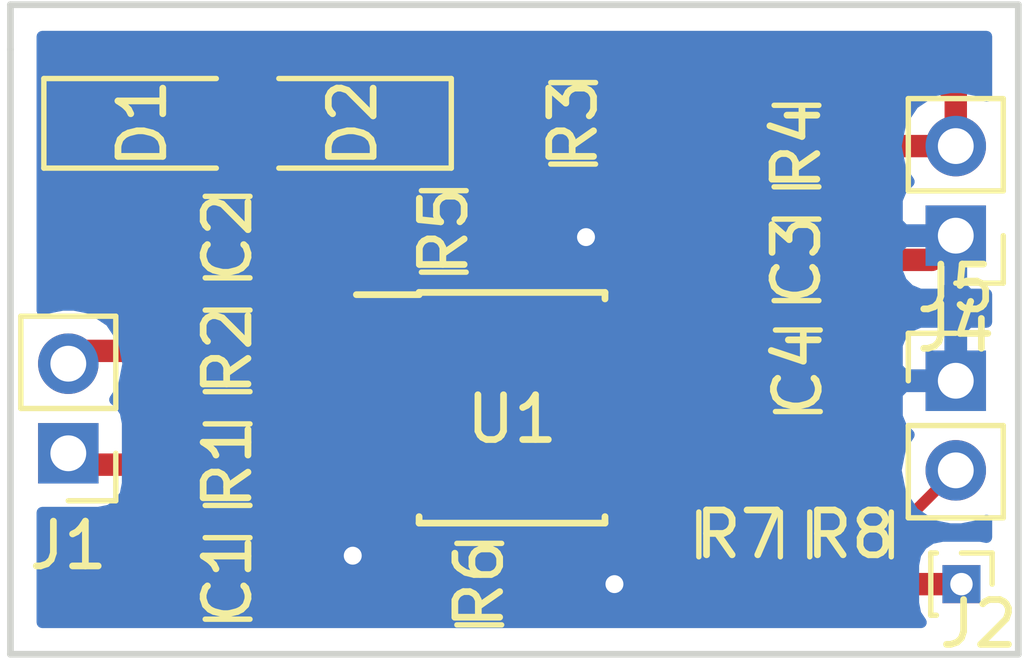
<source format=kicad_pcb>
(kicad_pcb (version 20171130) (host pcbnew "(5.0.0-rc2-dev-451-g0294e41cb)")

  (general
    (thickness 1.6)
    (drawings 5)
    (tracks 82)
    (zones 0)
    (modules 19)
    (nets 12)
  )

  (page A4)
  (layers
    (0 F.Cu signal)
    (31 B.Cu signal)
    (32 B.Adhes user)
    (33 F.Adhes user)
    (34 B.Paste user)
    (35 F.Paste user)
    (36 B.SilkS user)
    (37 F.SilkS user)
    (38 B.Mask user)
    (39 F.Mask user)
    (40 Dwgs.User user hide)
    (41 Cmts.User user)
    (42 Eco1.User user)
    (43 Eco2.User user)
    (44 Edge.Cuts user)
    (45 Margin user)
    (46 B.CrtYd user)
    (47 F.CrtYd user)
    (48 B.Fab user)
    (49 F.Fab user hide)
  )

  (setup
    (last_trace_width 0.25)
    (user_trace_width 0.25)
    (user_trace_width 0.5)
    (user_trace_width 0.75)
    (user_trace_width 1)
    (user_trace_width 1.25)
    (user_trace_width 1.5)
    (user_trace_width 2)
    (user_trace_width 3)
    (trace_clearance 0.2)
    (zone_clearance 0.508)
    (zone_45_only no)
    (trace_min 0.2)
    (segment_width 0.2)
    (edge_width 0.15)
    (via_size 0.8)
    (via_drill 0.4)
    (via_min_size 0.6)
    (via_min_drill 0.3)
    (user_via 0.6 0.3)
    (user_via 1 0.6)
    (user_via 2 1.2)
    (user_via 3 2)
    (uvia_size 0.3)
    (uvia_drill 0.1)
    (uvias_allowed no)
    (uvia_min_size 0.2)
    (uvia_min_drill 0.1)
    (pcb_text_width 0.3)
    (pcb_text_size 1.5 1.5)
    (mod_edge_width 0.15)
    (mod_text_size 1 1)
    (mod_text_width 0.15)
    (pad_size 1.524 1.524)
    (pad_drill 0.762)
    (pad_to_mask_clearance 0.2)
    (aux_axis_origin 0 0)
    (visible_elements 7FFFFFFF)
    (pcbplotparams
      (layerselection 0x01000_ffffffff)
      (usegerberextensions false)
      (usegerberattributes false)
      (usegerberadvancedattributes false)
      (creategerberjobfile false)
      (excludeedgelayer true)
      (linewidth 0.100000)
      (plotframeref false)
      (viasonmask false)
      (mode 1)
      (useauxorigin false)
      (hpglpennumber 1)
      (hpglpenspeed 20)
      (hpglpendiameter 15)
      (psnegative false)
      (psa4output false)
      (plotreference true)
      (plotvalue true)
      (plotinvisibletext false)
      (padsonsilk false)
      (subtractmaskfromsilk false)
      (outputformat 1)
      (mirror false)
      (drillshape 0)
      (scaleselection 1)
      (outputdirectory gerber/))
  )

  (net 0 "")
  (net 1 "Net-(C1-Pad2)")
  (net 2 "Net-(C1-Pad1)")
  (net 3 "Net-(C2-Pad1)")
  (net 4 "Net-(C2-Pad2)")
  (net 5 GND)
  (net 6 "Net-(C3-Pad1)")
  (net 7 +5V)
  (net 8 "Net-(J2-Pad1)")
  (net 9 "Net-(J5-Pad2)")
  (net 10 "Net-(R7-Pad1)")
  (net 11 "Net-(R3-Pad1)")

  (net_class Default "This is the default net class."
    (clearance 0.2)
    (trace_width 0.25)
    (via_dia 0.8)
    (via_drill 0.4)
    (uvia_dia 0.3)
    (uvia_drill 0.1)
    (add_net +5V)
    (add_net GND)
    (add_net "Net-(C1-Pad1)")
    (add_net "Net-(C1-Pad2)")
    (add_net "Net-(C2-Pad1)")
    (add_net "Net-(C2-Pad2)")
    (add_net "Net-(C3-Pad1)")
    (add_net "Net-(J2-Pad1)")
    (add_net "Net-(J5-Pad2)")
    (add_net "Net-(R3-Pad1)")
    (add_net "Net-(R7-Pad1)")
  )

  (module Capacitor_SMD:C_1206_3216Metric (layer F.Cu) (tedit 5AC5DB74) (tstamp 5BC42381)
    (at 117.348 114.808 180)
    (descr "Capacitor SMD 1206 (3216 Metric), square (rectangular) end terminal, IPC_7351 nominal, (Body size source: http://www.tortai-tech.com/upload/download/2011102023233369053.pdf), generated with kicad-footprint-generator")
    (tags capacitor)
    (path /5BB76361)
    (attr smd)
    (fp_text reference C1 (at 0 0 270) (layer F.SilkS)
      (effects (font (size 1 1) (thickness 0.15)))
    )
    (fp_text value 22p (at 0 1.85 180) (layer F.Fab)
      (effects (font (size 1 1) (thickness 0.15)))
    )
    (fp_text user %R (at 0 0 180) (layer F.Fab)
      (effects (font (size 0.8 0.8) (thickness 0.12)))
    )
    (fp_line (start 2.29 1.15) (end -2.29 1.15) (layer F.CrtYd) (width 0.05))
    (fp_line (start 2.29 -1.15) (end 2.29 1.15) (layer F.CrtYd) (width 0.05))
    (fp_line (start -2.29 -1.15) (end 2.29 -1.15) (layer F.CrtYd) (width 0.05))
    (fp_line (start -2.29 1.15) (end -2.29 -1.15) (layer F.CrtYd) (width 0.05))
    (fp_line (start -0.5 0.91) (end 0.5 0.91) (layer F.SilkS) (width 0.12))
    (fp_line (start -0.5 -0.91) (end 0.5 -0.91) (layer F.SilkS) (width 0.12))
    (fp_line (start 1.6 0.8) (end -1.6 0.8) (layer F.Fab) (width 0.1))
    (fp_line (start 1.6 -0.8) (end 1.6 0.8) (layer F.Fab) (width 0.1))
    (fp_line (start -1.6 -0.8) (end 1.6 -0.8) (layer F.Fab) (width 0.1))
    (fp_line (start -1.6 0.8) (end -1.6 -0.8) (layer F.Fab) (width 0.1))
    (pad 2 smd rect (at 1.43 0 180) (size 1.22 1.8) (layers F.Cu F.Paste F.Mask)
      (net 1 "Net-(C1-Pad2)"))
    (pad 1 smd rect (at -1.43 0 180) (size 1.22 1.8) (layers F.Cu F.Paste F.Mask)
      (net 2 "Net-(C1-Pad1)"))
    (model ${KISYS3DMOD}/Capacitor_SMD.3dshapes/C_1206_3216Metric.wrl
      (at (xyz 0 0 0))
      (scale (xyz 1 1 1))
      (rotate (xyz 0 0 0))
    )
  )

  (module Capacitor_SMD:C_1206_3216Metric (layer F.Cu) (tedit 5AC5DB74) (tstamp 5BC42392)
    (at 117.348 107.188 180)
    (descr "Capacitor SMD 1206 (3216 Metric), square (rectangular) end terminal, IPC_7351 nominal, (Body size source: http://www.tortai-tech.com/upload/download/2011102023233369053.pdf), generated with kicad-footprint-generator")
    (tags capacitor)
    (path /5BB762F2)
    (attr smd)
    (fp_text reference C2 (at 0 0 270) (layer F.SilkS)
      (effects (font (size 1 1) (thickness 0.15)))
    )
    (fp_text value 22p (at 0 1.85 180) (layer F.Fab)
      (effects (font (size 1 1) (thickness 0.15)))
    )
    (fp_line (start -1.6 0.8) (end -1.6 -0.8) (layer F.Fab) (width 0.1))
    (fp_line (start -1.6 -0.8) (end 1.6 -0.8) (layer F.Fab) (width 0.1))
    (fp_line (start 1.6 -0.8) (end 1.6 0.8) (layer F.Fab) (width 0.1))
    (fp_line (start 1.6 0.8) (end -1.6 0.8) (layer F.Fab) (width 0.1))
    (fp_line (start -0.5 -0.91) (end 0.5 -0.91) (layer F.SilkS) (width 0.12))
    (fp_line (start -0.5 0.91) (end 0.5 0.91) (layer F.SilkS) (width 0.12))
    (fp_line (start -2.29 1.15) (end -2.29 -1.15) (layer F.CrtYd) (width 0.05))
    (fp_line (start -2.29 -1.15) (end 2.29 -1.15) (layer F.CrtYd) (width 0.05))
    (fp_line (start 2.29 -1.15) (end 2.29 1.15) (layer F.CrtYd) (width 0.05))
    (fp_line (start 2.29 1.15) (end -2.29 1.15) (layer F.CrtYd) (width 0.05))
    (fp_text user %R (at 0 0 180) (layer F.Fab)
      (effects (font (size 0.8 0.8) (thickness 0.12)))
    )
    (pad 1 smd rect (at -1.43 0 180) (size 1.22 1.8) (layers F.Cu F.Paste F.Mask)
      (net 3 "Net-(C2-Pad1)"))
    (pad 2 smd rect (at 1.43 0 180) (size 1.22 1.8) (layers F.Cu F.Paste F.Mask)
      (net 4 "Net-(C2-Pad2)"))
    (model ${KISYS3DMOD}/Capacitor_SMD.3dshapes/C_1206_3216Metric.wrl
      (at (xyz 0 0 0))
      (scale (xyz 1 1 1))
      (rotate (xyz 0 0 0))
    )
  )

  (module Capacitor_SMD:C_1206_3216Metric (layer F.Cu) (tedit 5AC5DB74) (tstamp 5BC423A3)
    (at 130.048 107.696)
    (descr "Capacitor SMD 1206 (3216 Metric), square (rectangular) end terminal, IPC_7351 nominal, (Body size source: http://www.tortai-tech.com/upload/download/2011102023233369053.pdf), generated with kicad-footprint-generator")
    (tags capacitor)
    (path /5BB5B70D)
    (attr smd)
    (fp_text reference C3 (at 0 0 90) (layer F.SilkS)
      (effects (font (size 1 1) (thickness 0.15)))
    )
    (fp_text value 100n (at 0 1.85) (layer F.Fab)
      (effects (font (size 1 1) (thickness 0.15)))
    )
    (fp_text user %R (at 0 0) (layer F.Fab)
      (effects (font (size 0.8 0.8) (thickness 0.12)))
    )
    (fp_line (start 2.29 1.15) (end -2.29 1.15) (layer F.CrtYd) (width 0.05))
    (fp_line (start 2.29 -1.15) (end 2.29 1.15) (layer F.CrtYd) (width 0.05))
    (fp_line (start -2.29 -1.15) (end 2.29 -1.15) (layer F.CrtYd) (width 0.05))
    (fp_line (start -2.29 1.15) (end -2.29 -1.15) (layer F.CrtYd) (width 0.05))
    (fp_line (start -0.5 0.91) (end 0.5 0.91) (layer F.SilkS) (width 0.12))
    (fp_line (start -0.5 -0.91) (end 0.5 -0.91) (layer F.SilkS) (width 0.12))
    (fp_line (start 1.6 0.8) (end -1.6 0.8) (layer F.Fab) (width 0.1))
    (fp_line (start 1.6 -0.8) (end 1.6 0.8) (layer F.Fab) (width 0.1))
    (fp_line (start -1.6 -0.8) (end 1.6 -0.8) (layer F.Fab) (width 0.1))
    (fp_line (start -1.6 0.8) (end -1.6 -0.8) (layer F.Fab) (width 0.1))
    (pad 2 smd rect (at 1.43 0) (size 1.22 1.8) (layers F.Cu F.Paste F.Mask)
      (net 5 GND))
    (pad 1 smd rect (at -1.43 0) (size 1.22 1.8) (layers F.Cu F.Paste F.Mask)
      (net 6 "Net-(C3-Pad1)"))
    (model ${KISYS3DMOD}/Capacitor_SMD.3dshapes/C_1206_3216Metric.wrl
      (at (xyz 0 0 0))
      (scale (xyz 1 1 1))
      (rotate (xyz 0 0 0))
    )
  )

  (module Capacitor_SMD:C_1206_3216Metric (layer F.Cu) (tedit 5AC5DB74) (tstamp 5BC68D14)
    (at 130.0785 110.1725)
    (descr "Capacitor SMD 1206 (3216 Metric), square (rectangular) end terminal, IPC_7351 nominal, (Body size source: http://www.tortai-tech.com/upload/download/2011102023233369053.pdf), generated with kicad-footprint-generator")
    (tags capacitor)
    (path /5BB5B6BC)
    (attr smd)
    (fp_text reference C4 (at 0 0 90) (layer F.SilkS)
      (effects (font (size 1 1) (thickness 0.15)))
    )
    (fp_text value 2.2u (at 0 1.85) (layer F.Fab)
      (effects (font (size 1 1) (thickness 0.15)))
    )
    (fp_line (start -1.6 0.8) (end -1.6 -0.8) (layer F.Fab) (width 0.1))
    (fp_line (start -1.6 -0.8) (end 1.6 -0.8) (layer F.Fab) (width 0.1))
    (fp_line (start 1.6 -0.8) (end 1.6 0.8) (layer F.Fab) (width 0.1))
    (fp_line (start 1.6 0.8) (end -1.6 0.8) (layer F.Fab) (width 0.1))
    (fp_line (start -0.5 -0.91) (end 0.5 -0.91) (layer F.SilkS) (width 0.12))
    (fp_line (start -0.5 0.91) (end 0.5 0.91) (layer F.SilkS) (width 0.12))
    (fp_line (start -2.29 1.15) (end -2.29 -1.15) (layer F.CrtYd) (width 0.05))
    (fp_line (start -2.29 -1.15) (end 2.29 -1.15) (layer F.CrtYd) (width 0.05))
    (fp_line (start 2.29 -1.15) (end 2.29 1.15) (layer F.CrtYd) (width 0.05))
    (fp_line (start 2.29 1.15) (end -2.29 1.15) (layer F.CrtYd) (width 0.05))
    (fp_text user %R (at 0 0) (layer F.Fab)
      (effects (font (size 0.8 0.8) (thickness 0.12)))
    )
    (pad 1 smd rect (at -1.43 0) (size 1.22 1.8) (layers F.Cu F.Paste F.Mask)
      (net 6 "Net-(C3-Pad1)"))
    (pad 2 smd rect (at 1.43 0) (size 1.22 1.8) (layers F.Cu F.Paste F.Mask)
      (net 5 GND))
    (model ${KISYS3DMOD}/Capacitor_SMD.3dshapes/C_1206_3216Metric.wrl
      (at (xyz 0 0 0))
      (scale (xyz 1 1 1))
      (rotate (xyz 0 0 0))
    )
  )

  (module Diode_SMD:D_SOD-123F (layer F.Cu) (tedit 587F7769) (tstamp 5BC423CD)
    (at 115.446 104.648)
    (descr D_SOD-123F)
    (tags D_SOD-123F)
    (path /5BB653CD)
    (attr smd)
    (fp_text reference D1 (at 0 0 90) (layer F.SilkS)
      (effects (font (size 1 1) (thickness 0.15)))
    )
    (fp_text value 1n4148 (at 0 2.1) (layer F.Fab)
      (effects (font (size 1 1) (thickness 0.15)))
    )
    (fp_text user %R (at -0.127 -1.905) (layer F.Fab)
      (effects (font (size 1 1) (thickness 0.15)))
    )
    (fp_line (start -2.2 -1) (end -2.2 1) (layer F.SilkS) (width 0.12))
    (fp_line (start 0.25 0) (end 0.75 0) (layer F.Fab) (width 0.1))
    (fp_line (start 0.25 0.4) (end -0.35 0) (layer F.Fab) (width 0.1))
    (fp_line (start 0.25 -0.4) (end 0.25 0.4) (layer F.Fab) (width 0.1))
    (fp_line (start -0.35 0) (end 0.25 -0.4) (layer F.Fab) (width 0.1))
    (fp_line (start -0.35 0) (end -0.35 0.55) (layer F.Fab) (width 0.1))
    (fp_line (start -0.35 0) (end -0.35 -0.55) (layer F.Fab) (width 0.1))
    (fp_line (start -0.75 0) (end -0.35 0) (layer F.Fab) (width 0.1))
    (fp_line (start -1.4 0.9) (end -1.4 -0.9) (layer F.Fab) (width 0.1))
    (fp_line (start 1.4 0.9) (end -1.4 0.9) (layer F.Fab) (width 0.1))
    (fp_line (start 1.4 -0.9) (end 1.4 0.9) (layer F.Fab) (width 0.1))
    (fp_line (start -1.4 -0.9) (end 1.4 -0.9) (layer F.Fab) (width 0.1))
    (fp_line (start -2.2 -1.15) (end 2.2 -1.15) (layer F.CrtYd) (width 0.05))
    (fp_line (start 2.2 -1.15) (end 2.2 1.15) (layer F.CrtYd) (width 0.05))
    (fp_line (start 2.2 1.15) (end -2.2 1.15) (layer F.CrtYd) (width 0.05))
    (fp_line (start -2.2 -1.15) (end -2.2 1.15) (layer F.CrtYd) (width 0.05))
    (fp_line (start -2.2 1) (end 1.65 1) (layer F.SilkS) (width 0.12))
    (fp_line (start -2.2 -1) (end 1.65 -1) (layer F.SilkS) (width 0.12))
    (pad 1 smd rect (at -1.4 0) (size 1.1 1.1) (layers F.Cu F.Paste F.Mask)
      (net 7 +5V))
    (pad 2 smd rect (at 1.4 0) (size 1.1 1.1) (layers F.Cu F.Paste F.Mask)
      (net 2 "Net-(C1-Pad1)"))
    (model ${KISYS3DMOD}/Diode_SMD.3dshapes/D_SOD-123F.wrl
      (at (xyz 0 0 0))
      (scale (xyz 1 1 1))
      (rotate (xyz 0 0 0))
    )
  )

  (module Diode_SMD:D_SOD-123F (layer F.Cu) (tedit 587F7769) (tstamp 5BC423E6)
    (at 120.142 104.648 180)
    (descr D_SOD-123F)
    (tags D_SOD-123F)
    (path /5BB6543B)
    (attr smd)
    (fp_text reference D2 (at 0 0 270) (layer F.SilkS)
      (effects (font (size 1 1) (thickness 0.15)))
    )
    (fp_text value 1n4148 (at 0 2.1 180) (layer F.Fab)
      (effects (font (size 1 1) (thickness 0.15)))
    )
    (fp_line (start -2.2 -1) (end 1.65 -1) (layer F.SilkS) (width 0.12))
    (fp_line (start -2.2 1) (end 1.65 1) (layer F.SilkS) (width 0.12))
    (fp_line (start -2.2 -1.15) (end -2.2 1.15) (layer F.CrtYd) (width 0.05))
    (fp_line (start 2.2 1.15) (end -2.2 1.15) (layer F.CrtYd) (width 0.05))
    (fp_line (start 2.2 -1.15) (end 2.2 1.15) (layer F.CrtYd) (width 0.05))
    (fp_line (start -2.2 -1.15) (end 2.2 -1.15) (layer F.CrtYd) (width 0.05))
    (fp_line (start -1.4 -0.9) (end 1.4 -0.9) (layer F.Fab) (width 0.1))
    (fp_line (start 1.4 -0.9) (end 1.4 0.9) (layer F.Fab) (width 0.1))
    (fp_line (start 1.4 0.9) (end -1.4 0.9) (layer F.Fab) (width 0.1))
    (fp_line (start -1.4 0.9) (end -1.4 -0.9) (layer F.Fab) (width 0.1))
    (fp_line (start -0.75 0) (end -0.35 0) (layer F.Fab) (width 0.1))
    (fp_line (start -0.35 0) (end -0.35 -0.55) (layer F.Fab) (width 0.1))
    (fp_line (start -0.35 0) (end -0.35 0.55) (layer F.Fab) (width 0.1))
    (fp_line (start -0.35 0) (end 0.25 -0.4) (layer F.Fab) (width 0.1))
    (fp_line (start 0.25 -0.4) (end 0.25 0.4) (layer F.Fab) (width 0.1))
    (fp_line (start 0.25 0.4) (end -0.35 0) (layer F.Fab) (width 0.1))
    (fp_line (start 0.25 0) (end 0.75 0) (layer F.Fab) (width 0.1))
    (fp_line (start -2.2 -1) (end -2.2 1) (layer F.SilkS) (width 0.12))
    (fp_text user %R (at -0.127 -1.905 180) (layer F.Fab)
      (effects (font (size 1 1) (thickness 0.15)))
    )
    (pad 2 smd rect (at 1.4 0 180) (size 1.1 1.1) (layers F.Cu F.Paste F.Mask)
      (net 3 "Net-(C2-Pad1)"))
    (pad 1 smd rect (at -1.4 0 180) (size 1.1 1.1) (layers F.Cu F.Paste F.Mask)
      (net 7 +5V))
    (model ${KISYS3DMOD}/Diode_SMD.3dshapes/D_SOD-123F.wrl
      (at (xyz 0 0 0))
      (scale (xyz 1 1 1))
      (rotate (xyz 0 0 0))
    )
  )

  (module Resistor_SMD:R_1206_3216Metric (layer F.Cu) (tedit 5AC5DB74) (tstamp 5BC42488)
    (at 117.348 112.268 180)
    (descr "Resistor SMD 1206 (3216 Metric), square (rectangular) end terminal, IPC_7351 nominal, (Body size source: http://www.tortai-tech.com/upload/download/2011102023233369053.pdf), generated with kicad-footprint-generator")
    (tags resistor)
    (path /5BB5B0F0)
    (attr smd)
    (fp_text reference R1 (at 0 0 270) (layer F.SilkS)
      (effects (font (size 1 1) (thickness 0.15)))
    )
    (fp_text value 9k10 (at 0 1.85 180) (layer F.Fab)
      (effects (font (size 1 1) (thickness 0.15)))
    )
    (fp_line (start -1.6 0.8) (end -1.6 -0.8) (layer F.Fab) (width 0.1))
    (fp_line (start -1.6 -0.8) (end 1.6 -0.8) (layer F.Fab) (width 0.1))
    (fp_line (start 1.6 -0.8) (end 1.6 0.8) (layer F.Fab) (width 0.1))
    (fp_line (start 1.6 0.8) (end -1.6 0.8) (layer F.Fab) (width 0.1))
    (fp_line (start -0.5 -0.91) (end 0.5 -0.91) (layer F.SilkS) (width 0.12))
    (fp_line (start -0.5 0.91) (end 0.5 0.91) (layer F.SilkS) (width 0.12))
    (fp_line (start -2.29 1.15) (end -2.29 -1.15) (layer F.CrtYd) (width 0.05))
    (fp_line (start -2.29 -1.15) (end 2.29 -1.15) (layer F.CrtYd) (width 0.05))
    (fp_line (start 2.29 -1.15) (end 2.29 1.15) (layer F.CrtYd) (width 0.05))
    (fp_line (start 2.29 1.15) (end -2.29 1.15) (layer F.CrtYd) (width 0.05))
    (fp_text user %R (at 0 0 180) (layer F.Fab)
      (effects (font (size 0.8 0.8) (thickness 0.12)))
    )
    (pad 1 smd rect (at -1.43 0 180) (size 1.22 1.8) (layers F.Cu F.Paste F.Mask)
      (net 2 "Net-(C1-Pad1)"))
    (pad 2 smd rect (at 1.43 0 180) (size 1.22 1.8) (layers F.Cu F.Paste F.Mask)
      (net 1 "Net-(C1-Pad2)"))
    (model ${KISYS3DMOD}/Resistor_SMD.3dshapes/R_1206_3216Metric.wrl
      (at (xyz 0 0 0))
      (scale (xyz 1 1 1))
      (rotate (xyz 0 0 0))
    )
  )

  (module Resistor_SMD:R_1206_3216Metric (layer F.Cu) (tedit 5AC5DB74) (tstamp 5BC42499)
    (at 117.348 109.728 180)
    (descr "Resistor SMD 1206 (3216 Metric), square (rectangular) end terminal, IPC_7351 nominal, (Body size source: http://www.tortai-tech.com/upload/download/2011102023233369053.pdf), generated with kicad-footprint-generator")
    (tags resistor)
    (path /5BB5B123)
    (attr smd)
    (fp_text reference R2 (at 0 0 270) (layer F.SilkS)
      (effects (font (size 1 1) (thickness 0.15)))
    )
    (fp_text value 9k10 (at 0 1.85 180) (layer F.Fab)
      (effects (font (size 1 1) (thickness 0.15)))
    )
    (fp_text user %R (at 0 0 180) (layer F.Fab)
      (effects (font (size 0.8 0.8) (thickness 0.12)))
    )
    (fp_line (start 2.29 1.15) (end -2.29 1.15) (layer F.CrtYd) (width 0.05))
    (fp_line (start 2.29 -1.15) (end 2.29 1.15) (layer F.CrtYd) (width 0.05))
    (fp_line (start -2.29 -1.15) (end 2.29 -1.15) (layer F.CrtYd) (width 0.05))
    (fp_line (start -2.29 1.15) (end -2.29 -1.15) (layer F.CrtYd) (width 0.05))
    (fp_line (start -0.5 0.91) (end 0.5 0.91) (layer F.SilkS) (width 0.12))
    (fp_line (start -0.5 -0.91) (end 0.5 -0.91) (layer F.SilkS) (width 0.12))
    (fp_line (start 1.6 0.8) (end -1.6 0.8) (layer F.Fab) (width 0.1))
    (fp_line (start 1.6 -0.8) (end 1.6 0.8) (layer F.Fab) (width 0.1))
    (fp_line (start -1.6 -0.8) (end 1.6 -0.8) (layer F.Fab) (width 0.1))
    (fp_line (start -1.6 0.8) (end -1.6 -0.8) (layer F.Fab) (width 0.1))
    (pad 2 smd rect (at 1.43 0 180) (size 1.22 1.8) (layers F.Cu F.Paste F.Mask)
      (net 4 "Net-(C2-Pad2)"))
    (pad 1 smd rect (at -1.43 0 180) (size 1.22 1.8) (layers F.Cu F.Paste F.Mask)
      (net 3 "Net-(C2-Pad1)"))
    (model ${KISYS3DMOD}/Resistor_SMD.3dshapes/R_1206_3216Metric.wrl
      (at (xyz 0 0 0))
      (scale (xyz 1 1 1))
      (rotate (xyz 0 0 0))
    )
  )

  (module Resistor_SMD:R_1206_3216Metric (layer F.Cu) (tedit 5AC5DB74) (tstamp 5BC424AA)
    (at 125.062 104.648 180)
    (descr "Resistor SMD 1206 (3216 Metric), square (rectangular) end terminal, IPC_7351 nominal, (Body size source: http://www.tortai-tech.com/upload/download/2011102023233369053.pdf), generated with kicad-footprint-generator")
    (tags resistor)
    (path /5BB5BD01)
    (attr smd)
    (fp_text reference R3 (at 0 0 270) (layer F.SilkS)
      (effects (font (size 1 1) (thickness 0.15)))
    )
    (fp_text value 4k75 (at 0 1.85 180) (layer F.Fab)
      (effects (font (size 1 1) (thickness 0.15)))
    )
    (fp_text user %R (at 0 0 180) (layer F.Fab)
      (effects (font (size 0.8 0.8) (thickness 0.12)))
    )
    (fp_line (start 2.29 1.15) (end -2.29 1.15) (layer F.CrtYd) (width 0.05))
    (fp_line (start 2.29 -1.15) (end 2.29 1.15) (layer F.CrtYd) (width 0.05))
    (fp_line (start -2.29 -1.15) (end 2.29 -1.15) (layer F.CrtYd) (width 0.05))
    (fp_line (start -2.29 1.15) (end -2.29 -1.15) (layer F.CrtYd) (width 0.05))
    (fp_line (start -0.5 0.91) (end 0.5 0.91) (layer F.SilkS) (width 0.12))
    (fp_line (start -0.5 -0.91) (end 0.5 -0.91) (layer F.SilkS) (width 0.12))
    (fp_line (start 1.6 0.8) (end -1.6 0.8) (layer F.Fab) (width 0.1))
    (fp_line (start 1.6 -0.8) (end 1.6 0.8) (layer F.Fab) (width 0.1))
    (fp_line (start -1.6 -0.8) (end 1.6 -0.8) (layer F.Fab) (width 0.1))
    (fp_line (start -1.6 0.8) (end -1.6 -0.8) (layer F.Fab) (width 0.1))
    (pad 2 smd rect (at 1.43 0 180) (size 1.22 1.8) (layers F.Cu F.Paste F.Mask)
      (net 7 +5V))
    (pad 1 smd rect (at -1.43 0 180) (size 1.22 1.8) (layers F.Cu F.Paste F.Mask)
      (net 11 "Net-(R3-Pad1)"))
    (model ${KISYS3DMOD}/Resistor_SMD.3dshapes/R_1206_3216Metric.wrl
      (at (xyz 0 0 0))
      (scale (xyz 1 1 1))
      (rotate (xyz 0 0 0))
    )
  )

  (module Resistor_SMD:R_1206_3216Metric (layer F.Cu) (tedit 5AC5DB74) (tstamp 5BC424BB)
    (at 130.048 105.156)
    (descr "Resistor SMD 1206 (3216 Metric), square (rectangular) end terminal, IPC_7351 nominal, (Body size source: http://www.tortai-tech.com/upload/download/2011102023233369053.pdf), generated with kicad-footprint-generator")
    (tags resistor)
    (path /5BB5B5C4)
    (attr smd)
    (fp_text reference R4 (at 0 0 90) (layer F.SilkS)
      (effects (font (size 1 1) (thickness 0.15)))
    )
    (fp_text value 10E (at 0 1.85) (layer F.Fab)
      (effects (font (size 1 1) (thickness 0.15)))
    )
    (fp_line (start -1.6 0.8) (end -1.6 -0.8) (layer F.Fab) (width 0.1))
    (fp_line (start -1.6 -0.8) (end 1.6 -0.8) (layer F.Fab) (width 0.1))
    (fp_line (start 1.6 -0.8) (end 1.6 0.8) (layer F.Fab) (width 0.1))
    (fp_line (start 1.6 0.8) (end -1.6 0.8) (layer F.Fab) (width 0.1))
    (fp_line (start -0.5 -0.91) (end 0.5 -0.91) (layer F.SilkS) (width 0.12))
    (fp_line (start -0.5 0.91) (end 0.5 0.91) (layer F.SilkS) (width 0.12))
    (fp_line (start -2.29 1.15) (end -2.29 -1.15) (layer F.CrtYd) (width 0.05))
    (fp_line (start -2.29 -1.15) (end 2.29 -1.15) (layer F.CrtYd) (width 0.05))
    (fp_line (start 2.29 -1.15) (end 2.29 1.15) (layer F.CrtYd) (width 0.05))
    (fp_line (start 2.29 1.15) (end -2.29 1.15) (layer F.CrtYd) (width 0.05))
    (fp_text user %R (at 0 0) (layer F.Fab)
      (effects (font (size 0.8 0.8) (thickness 0.12)))
    )
    (pad 1 smd rect (at -1.43 0) (size 1.22 1.8) (layers F.Cu F.Paste F.Mask)
      (net 6 "Net-(C3-Pad1)"))
    (pad 2 smd rect (at 1.43 0) (size 1.22 1.8) (layers F.Cu F.Paste F.Mask)
      (net 7 +5V))
    (model ${KISYS3DMOD}/Resistor_SMD.3dshapes/R_1206_3216Metric.wrl
      (at (xyz 0 0 0))
      (scale (xyz 1 1 1))
      (rotate (xyz 0 0 0))
    )
  )

  (module Resistor_SMD:R_1206_3216Metric (layer F.Cu) (tedit 5AC5DB74) (tstamp 5BC693AA)
    (at 122.174 107.061 180)
    (descr "Resistor SMD 1206 (3216 Metric), square (rectangular) end terminal, IPC_7351 nominal, (Body size source: http://www.tortai-tech.com/upload/download/2011102023233369053.pdf), generated with kicad-footprint-generator")
    (tags resistor)
    (path /5BB5B1E7)
    (attr smd)
    (fp_text reference R5 (at 0 0 270) (layer F.SilkS)
      (effects (font (size 1 1) (thickness 0.15)))
    )
    (fp_text value 1k (at 0 1.85 180) (layer F.Fab)
      (effects (font (size 1 1) (thickness 0.15)))
    )
    (fp_text user %R (at 0 0 180) (layer F.Fab)
      (effects (font (size 0.8 0.8) (thickness 0.12)))
    )
    (fp_line (start 2.29 1.15) (end -2.29 1.15) (layer F.CrtYd) (width 0.05))
    (fp_line (start 2.29 -1.15) (end 2.29 1.15) (layer F.CrtYd) (width 0.05))
    (fp_line (start -2.29 -1.15) (end 2.29 -1.15) (layer F.CrtYd) (width 0.05))
    (fp_line (start -2.29 1.15) (end -2.29 -1.15) (layer F.CrtYd) (width 0.05))
    (fp_line (start -0.5 0.91) (end 0.5 0.91) (layer F.SilkS) (width 0.12))
    (fp_line (start -0.5 -0.91) (end 0.5 -0.91) (layer F.SilkS) (width 0.12))
    (fp_line (start 1.6 0.8) (end -1.6 0.8) (layer F.Fab) (width 0.1))
    (fp_line (start 1.6 -0.8) (end 1.6 0.8) (layer F.Fab) (width 0.1))
    (fp_line (start -1.6 -0.8) (end 1.6 -0.8) (layer F.Fab) (width 0.1))
    (fp_line (start -1.6 0.8) (end -1.6 -0.8) (layer F.Fab) (width 0.1))
    (pad 2 smd rect (at 1.43 0 180) (size 1.22 1.8) (layers F.Cu F.Paste F.Mask)
      (net 3 "Net-(C2-Pad1)"))
    (pad 1 smd rect (at -1.43 0 180) (size 1.22 1.8) (layers F.Cu F.Paste F.Mask)
      (net 5 GND))
    (model ${KISYS3DMOD}/Resistor_SMD.3dshapes/R_1206_3216Metric.wrl
      (at (xyz 0 0 0))
      (scale (xyz 1 1 1))
      (rotate (xyz 0 0 0))
    )
  )

  (module Resistor_SMD:R_1206_3216Metric (layer F.Cu) (tedit 5AC5DB74) (tstamp 5BC68B7D)
    (at 122.9665 114.935 180)
    (descr "Resistor SMD 1206 (3216 Metric), square (rectangular) end terminal, IPC_7351 nominal, (Body size source: http://www.tortai-tech.com/upload/download/2011102023233369053.pdf), generated with kicad-footprint-generator")
    (tags resistor)
    (path /5BB5B19E)
    (attr smd)
    (fp_text reference R6 (at 0 0 270) (layer F.SilkS)
      (effects (font (size 1 1) (thickness 0.15)))
    )
    (fp_text value 1k (at 0 1.85 180) (layer F.Fab)
      (effects (font (size 1 1) (thickness 0.15)))
    )
    (fp_line (start -1.6 0.8) (end -1.6 -0.8) (layer F.Fab) (width 0.1))
    (fp_line (start -1.6 -0.8) (end 1.6 -0.8) (layer F.Fab) (width 0.1))
    (fp_line (start 1.6 -0.8) (end 1.6 0.8) (layer F.Fab) (width 0.1))
    (fp_line (start 1.6 0.8) (end -1.6 0.8) (layer F.Fab) (width 0.1))
    (fp_line (start -0.5 -0.91) (end 0.5 -0.91) (layer F.SilkS) (width 0.12))
    (fp_line (start -0.5 0.91) (end 0.5 0.91) (layer F.SilkS) (width 0.12))
    (fp_line (start -2.29 1.15) (end -2.29 -1.15) (layer F.CrtYd) (width 0.05))
    (fp_line (start -2.29 -1.15) (end 2.29 -1.15) (layer F.CrtYd) (width 0.05))
    (fp_line (start 2.29 -1.15) (end 2.29 1.15) (layer F.CrtYd) (width 0.05))
    (fp_line (start 2.29 1.15) (end -2.29 1.15) (layer F.CrtYd) (width 0.05))
    (fp_text user %R (at 0 0 180) (layer F.Fab)
      (effects (font (size 0.8 0.8) (thickness 0.12)))
    )
    (pad 1 smd rect (at -1.43 0 180) (size 1.22 1.8) (layers F.Cu F.Paste F.Mask)
      (net 5 GND))
    (pad 2 smd rect (at 1.43 0 180) (size 1.22 1.8) (layers F.Cu F.Paste F.Mask)
      (net 2 "Net-(C1-Pad1)"))
    (model ${KISYS3DMOD}/Resistor_SMD.3dshapes/R_1206_3216Metric.wrl
      (at (xyz 0 0 0))
      (scale (xyz 1 1 1))
      (rotate (xyz 0 0 0))
    )
  )

  (module Resistor_SMD:R_1206_3216Metric (layer F.Cu) (tedit 5AC5DB74) (tstamp 5BC424EE)
    (at 128.778 113.825 90)
    (descr "Resistor SMD 1206 (3216 Metric), square (rectangular) end terminal, IPC_7351 nominal, (Body size source: http://www.tortai-tech.com/upload/download/2011102023233369053.pdf), generated with kicad-footprint-generator")
    (tags resistor)
    (path /5BB5BCC5)
    (attr smd)
    (fp_text reference R7 (at 0 0 180) (layer F.SilkS)
      (effects (font (size 1 1) (thickness 0.15)))
    )
    (fp_text value 1k (at 0 1.85 90) (layer F.Fab)
      (effects (font (size 1 1) (thickness 0.15)))
    )
    (fp_line (start -1.6 0.8) (end -1.6 -0.8) (layer F.Fab) (width 0.1))
    (fp_line (start -1.6 -0.8) (end 1.6 -0.8) (layer F.Fab) (width 0.1))
    (fp_line (start 1.6 -0.8) (end 1.6 0.8) (layer F.Fab) (width 0.1))
    (fp_line (start 1.6 0.8) (end -1.6 0.8) (layer F.Fab) (width 0.1))
    (fp_line (start -0.5 -0.91) (end 0.5 -0.91) (layer F.SilkS) (width 0.12))
    (fp_line (start -0.5 0.91) (end 0.5 0.91) (layer F.SilkS) (width 0.12))
    (fp_line (start -2.29 1.15) (end -2.29 -1.15) (layer F.CrtYd) (width 0.05))
    (fp_line (start -2.29 -1.15) (end 2.29 -1.15) (layer F.CrtYd) (width 0.05))
    (fp_line (start 2.29 -1.15) (end 2.29 1.15) (layer F.CrtYd) (width 0.05))
    (fp_line (start 2.29 1.15) (end -2.29 1.15) (layer F.CrtYd) (width 0.05))
    (fp_text user %R (at 0 0 90) (layer F.Fab)
      (effects (font (size 0.8 0.8) (thickness 0.12)))
    )
    (pad 1 smd rect (at -1.43 0 90) (size 1.22 1.8) (layers F.Cu F.Paste F.Mask)
      (net 10 "Net-(R7-Pad1)"))
    (pad 2 smd rect (at 1.43 0 90) (size 1.22 1.8) (layers F.Cu F.Paste F.Mask)
      (net 9 "Net-(J5-Pad2)"))
    (model ${KISYS3DMOD}/Resistor_SMD.3dshapes/R_1206_3216Metric.wrl
      (at (xyz 0 0 0))
      (scale (xyz 1 1 1))
      (rotate (xyz 0 0 0))
    )
  )

  (module Resistor_SMD:R_1206_3216Metric (layer F.Cu) (tedit 5AC5DB74) (tstamp 5BC68F94)
    (at 131.2545 113.825 90)
    (descr "Resistor SMD 1206 (3216 Metric), square (rectangular) end terminal, IPC_7351 nominal, (Body size source: http://www.tortai-tech.com/upload/download/2011102023233369053.pdf), generated with kicad-footprint-generator")
    (tags resistor)
    (path /5BB5BC99)
    (attr smd)
    (fp_text reference R8 (at 0 0 180) (layer F.SilkS)
      (effects (font (size 1 1) (thickness 0.15)))
    )
    (fp_text value 100k (at 0 1.85 90) (layer F.Fab)
      (effects (font (size 1 1) (thickness 0.15)))
    )
    (fp_text user %R (at 0 0 90) (layer F.Fab)
      (effects (font (size 0.8 0.8) (thickness 0.12)))
    )
    (fp_line (start 2.29 1.15) (end -2.29 1.15) (layer F.CrtYd) (width 0.05))
    (fp_line (start 2.29 -1.15) (end 2.29 1.15) (layer F.CrtYd) (width 0.05))
    (fp_line (start -2.29 -1.15) (end 2.29 -1.15) (layer F.CrtYd) (width 0.05))
    (fp_line (start -2.29 1.15) (end -2.29 -1.15) (layer F.CrtYd) (width 0.05))
    (fp_line (start -0.5 0.91) (end 0.5 0.91) (layer F.SilkS) (width 0.12))
    (fp_line (start -0.5 -0.91) (end 0.5 -0.91) (layer F.SilkS) (width 0.12))
    (fp_line (start 1.6 0.8) (end -1.6 0.8) (layer F.Fab) (width 0.1))
    (fp_line (start 1.6 -0.8) (end 1.6 0.8) (layer F.Fab) (width 0.1))
    (fp_line (start -1.6 -0.8) (end 1.6 -0.8) (layer F.Fab) (width 0.1))
    (fp_line (start -1.6 0.8) (end -1.6 -0.8) (layer F.Fab) (width 0.1))
    (pad 2 smd rect (at 1.43 0 90) (size 1.22 1.8) (layers F.Cu F.Paste F.Mask)
      (net 10 "Net-(R7-Pad1)"))
    (pad 1 smd rect (at -1.43 0 90) (size 1.22 1.8) (layers F.Cu F.Paste F.Mask)
      (net 8 "Net-(J2-Pad1)"))
    (model ${KISYS3DMOD}/Resistor_SMD.3dshapes/R_1206_3216Metric.wrl
      (at (xyz 0 0 0))
      (scale (xyz 1 1 1))
      (rotate (xyz 0 0 0))
    )
  )

  (module Package_SO:SOIC-8_3.9x4.9mm_P1.27mm (layer F.Cu) (tedit 5A02F2D3) (tstamp 5BC4FEE0)
    (at 123.698 110.998)
    (descr "8-Lead Plastic Small Outline (SN) - Narrow, 3.90 mm Body [SOIC] (see Microchip Packaging Specification 00000049BS.pdf)")
    (tags "SOIC 1.27")
    (path /5BB5B05C)
    (attr smd)
    (fp_text reference U1 (at 0 0.254) (layer F.SilkS)
      (effects (font (size 1 1) (thickness 0.15)))
    )
    (fp_text value MCP6N11 (at 0 3.5) (layer F.Fab)
      (effects (font (size 1 1) (thickness 0.15)))
    )
    (fp_text user %R (at 0 0) (layer F.Fab)
      (effects (font (size 1 1) (thickness 0.15)))
    )
    (fp_line (start -0.95 -2.45) (end 1.95 -2.45) (layer F.Fab) (width 0.1))
    (fp_line (start 1.95 -2.45) (end 1.95 2.45) (layer F.Fab) (width 0.1))
    (fp_line (start 1.95 2.45) (end -1.95 2.45) (layer F.Fab) (width 0.1))
    (fp_line (start -1.95 2.45) (end -1.95 -1.45) (layer F.Fab) (width 0.1))
    (fp_line (start -1.95 -1.45) (end -0.95 -2.45) (layer F.Fab) (width 0.1))
    (fp_line (start -3.73 -2.7) (end -3.73 2.7) (layer F.CrtYd) (width 0.05))
    (fp_line (start 3.73 -2.7) (end 3.73 2.7) (layer F.CrtYd) (width 0.05))
    (fp_line (start -3.73 -2.7) (end 3.73 -2.7) (layer F.CrtYd) (width 0.05))
    (fp_line (start -3.73 2.7) (end 3.73 2.7) (layer F.CrtYd) (width 0.05))
    (fp_line (start -2.075 -2.575) (end -2.075 -2.525) (layer F.SilkS) (width 0.15))
    (fp_line (start 2.075 -2.575) (end 2.075 -2.43) (layer F.SilkS) (width 0.15))
    (fp_line (start 2.075 2.575) (end 2.075 2.43) (layer F.SilkS) (width 0.15))
    (fp_line (start -2.075 2.575) (end -2.075 2.43) (layer F.SilkS) (width 0.15))
    (fp_line (start -2.075 -2.575) (end 2.075 -2.575) (layer F.SilkS) (width 0.15))
    (fp_line (start -2.075 2.575) (end 2.075 2.575) (layer F.SilkS) (width 0.15))
    (fp_line (start -2.075 -2.525) (end -3.475 -2.525) (layer F.SilkS) (width 0.15))
    (pad 1 smd rect (at -2.7 -1.905) (size 1.55 0.6) (layers F.Cu F.Paste F.Mask)
      (net 10 "Net-(R7-Pad1)"))
    (pad 2 smd rect (at -2.7 -0.635) (size 1.55 0.6) (layers F.Cu F.Paste F.Mask)
      (net 3 "Net-(C2-Pad1)"))
    (pad 3 smd rect (at -2.7 0.635) (size 1.55 0.6) (layers F.Cu F.Paste F.Mask)
      (net 2 "Net-(C1-Pad1)"))
    (pad 4 smd rect (at -2.7 1.905) (size 1.55 0.6) (layers F.Cu F.Paste F.Mask)
      (net 5 GND))
    (pad 5 smd rect (at 2.7 1.905) (size 1.55 0.6) (layers F.Cu F.Paste F.Mask)
      (net 8 "Net-(J2-Pad1)"))
    (pad 6 smd rect (at 2.7 0.635) (size 1.55 0.6) (layers F.Cu F.Paste F.Mask)
      (net 9 "Net-(J5-Pad2)"))
    (pad 7 smd rect (at 2.7 -0.635) (size 1.55 0.6) (layers F.Cu F.Paste F.Mask)
      (net 6 "Net-(C3-Pad1)"))
    (pad 8 smd rect (at 2.7 -1.905) (size 1.55 0.6) (layers F.Cu F.Paste F.Mask)
      (net 11 "Net-(R3-Pad1)"))
    (model ${KISYS3DMOD}/Package_SO.3dshapes/SOIC-8_3.9x4.9mm_P1.27mm.wrl
      (at (xyz 0 0 0))
      (scale (xyz 1 1 1))
      (rotate (xyz 0 0 0))
    )
  )

  (module Connector_PinHeader_1.00mm:PinHeader_1x01_P1.00mm_Vertical (layer F.Cu) (tedit 59FED738) (tstamp 5BC692C4)
    (at 133.731 114.935 270)
    (descr "Through hole straight pin header, 1x01, 1.00mm pitch, single row")
    (tags "Through hole pin header THT 1x01 1.00mm single row")
    (path /5BB5C41E)
    (fp_text reference J2 (at 0.889 -0.381) (layer F.SilkS)
      (effects (font (size 1 1) (thickness 0.15)))
    )
    (fp_text value Conn_01x01_Male (at 0 1.56 270) (layer F.Fab)
      (effects (font (size 1 1) (thickness 0.15)))
    )
    (fp_line (start -0.3175 -0.5) (end 0.635 -0.5) (layer F.Fab) (width 0.1))
    (fp_line (start 0.635 -0.5) (end 0.635 0.5) (layer F.Fab) (width 0.1))
    (fp_line (start 0.635 0.5) (end -0.635 0.5) (layer F.Fab) (width 0.1))
    (fp_line (start -0.635 0.5) (end -0.635 -0.1825) (layer F.Fab) (width 0.1))
    (fp_line (start -0.635 -0.1825) (end -0.3175 -0.5) (layer F.Fab) (width 0.1))
    (fp_line (start -0.695 0.685) (end 0.695 0.685) (layer F.SilkS) (width 0.12))
    (fp_line (start -0.695 0.685) (end -0.695 0.56) (layer F.SilkS) (width 0.12))
    (fp_line (start 0.695 0.685) (end 0.695 0.56) (layer F.SilkS) (width 0.12))
    (fp_line (start -0.695 0.685) (end -0.608276 0.685) (layer F.SilkS) (width 0.12))
    (fp_line (start 0.608276 0.685) (end 0.695 0.685) (layer F.SilkS) (width 0.12))
    (fp_line (start -0.695 0) (end -0.695 -0.685) (layer F.SilkS) (width 0.12))
    (fp_line (start -0.695 -0.685) (end 0 -0.685) (layer F.SilkS) (width 0.12))
    (fp_line (start -1.15 -1) (end -1.15 1) (layer F.CrtYd) (width 0.05))
    (fp_line (start -1.15 1) (end 1.15 1) (layer F.CrtYd) (width 0.05))
    (fp_line (start 1.15 1) (end 1.15 -1) (layer F.CrtYd) (width 0.05))
    (fp_line (start 1.15 -1) (end -1.15 -1) (layer F.CrtYd) (width 0.05))
    (fp_text user %R (at 0 0) (layer F.Fab)
      (effects (font (size 0.76 0.76) (thickness 0.114)))
    )
    (pad 1 thru_hole rect (at 0 0 270) (size 0.85 0.85) (drill 0.5) (layers *.Cu *.Mask)
      (net 8 "Net-(J2-Pad1)"))
    (model ${KISYS3DMOD}/Connector_PinHeader_1.00mm.3dshapes/PinHeader_1x01_P1.00mm_Vertical.wrl
      (at (xyz 0 0 0))
      (scale (xyz 1 1 1))
      (rotate (xyz 0 0 0))
    )
  )

  (module Connector_PinHeader_2.00mm:PinHeader_1x02_P2.00mm_Vertical (layer F.Cu) (tedit 59FED667) (tstamp 5BC8B93A)
    (at 113.792 112.014 180)
    (descr "Through hole straight pin header, 1x02, 2.00mm pitch, single row")
    (tags "Through hole pin header THT 1x02 2.00mm single row")
    (path /5BB5C279)
    (fp_text reference J1 (at 0 -2.06 180) (layer F.SilkS)
      (effects (font (size 1 1) (thickness 0.15)))
    )
    (fp_text value Conn_01x02_Male (at 0 4.06 180) (layer F.Fab)
      (effects (font (size 1 1) (thickness 0.15)))
    )
    (fp_line (start -0.5 -1) (end 1 -1) (layer F.Fab) (width 0.1))
    (fp_line (start 1 -1) (end 1 3) (layer F.Fab) (width 0.1))
    (fp_line (start 1 3) (end -1 3) (layer F.Fab) (width 0.1))
    (fp_line (start -1 3) (end -1 -0.5) (layer F.Fab) (width 0.1))
    (fp_line (start -1 -0.5) (end -0.5 -1) (layer F.Fab) (width 0.1))
    (fp_line (start -1.06 3.06) (end 1.06 3.06) (layer F.SilkS) (width 0.12))
    (fp_line (start -1.06 1) (end -1.06 3.06) (layer F.SilkS) (width 0.12))
    (fp_line (start 1.06 1) (end 1.06 3.06) (layer F.SilkS) (width 0.12))
    (fp_line (start -1.06 1) (end 1.06 1) (layer F.SilkS) (width 0.12))
    (fp_line (start -1.06 0) (end -1.06 -1.06) (layer F.SilkS) (width 0.12))
    (fp_line (start -1.06 -1.06) (end 0 -1.06) (layer F.SilkS) (width 0.12))
    (fp_line (start -1.5 -1.5) (end -1.5 3.5) (layer F.CrtYd) (width 0.05))
    (fp_line (start -1.5 3.5) (end 1.5 3.5) (layer F.CrtYd) (width 0.05))
    (fp_line (start 1.5 3.5) (end 1.5 -1.5) (layer F.CrtYd) (width 0.05))
    (fp_line (start 1.5 -1.5) (end -1.5 -1.5) (layer F.CrtYd) (width 0.05))
    (fp_text user %R (at 0 1 270) (layer F.Fab)
      (effects (font (size 1 1) (thickness 0.15)))
    )
    (pad 1 thru_hole rect (at 0 0 180) (size 1.35 1.35) (drill 0.8) (layers *.Cu *.Mask)
      (net 1 "Net-(C1-Pad2)"))
    (pad 2 thru_hole oval (at 0 2 180) (size 1.35 1.35) (drill 0.8) (layers *.Cu *.Mask)
      (net 4 "Net-(C2-Pad2)"))
    (model ${KISYS3DMOD}/Connector_PinHeader_2.00mm.3dshapes/PinHeader_1x02_P2.00mm_Vertical.wrl
      (at (xyz 0 0 0))
      (scale (xyz 1 1 1))
      (rotate (xyz 0 0 0))
    )
  )

  (module Connector_PinHeader_2.00mm:PinHeader_1x02_P2.00mm_Vertical (layer F.Cu) (tedit 59FED667) (tstamp 5BC8B94F)
    (at 133.604 107.156 180)
    (descr "Through hole straight pin header, 1x02, 2.00mm pitch, single row")
    (tags "Through hole pin header THT 1x02 2.00mm single row")
    (path /5BB5C1A3)
    (fp_text reference J4 (at 0 -2.06 180) (layer F.SilkS)
      (effects (font (size 1 1) (thickness 0.15)))
    )
    (fp_text value Conn_01x02_Male (at 0 4.06 180) (layer F.Fab)
      (effects (font (size 1 1) (thickness 0.15)))
    )
    (fp_line (start -0.5 -1) (end 1 -1) (layer F.Fab) (width 0.1))
    (fp_line (start 1 -1) (end 1 3) (layer F.Fab) (width 0.1))
    (fp_line (start 1 3) (end -1 3) (layer F.Fab) (width 0.1))
    (fp_line (start -1 3) (end -1 -0.5) (layer F.Fab) (width 0.1))
    (fp_line (start -1 -0.5) (end -0.5 -1) (layer F.Fab) (width 0.1))
    (fp_line (start -1.06 3.06) (end 1.06 3.06) (layer F.SilkS) (width 0.12))
    (fp_line (start -1.06 1) (end -1.06 3.06) (layer F.SilkS) (width 0.12))
    (fp_line (start 1.06 1) (end 1.06 3.06) (layer F.SilkS) (width 0.12))
    (fp_line (start -1.06 1) (end 1.06 1) (layer F.SilkS) (width 0.12))
    (fp_line (start -1.06 0) (end -1.06 -1.06) (layer F.SilkS) (width 0.12))
    (fp_line (start -1.06 -1.06) (end 0 -1.06) (layer F.SilkS) (width 0.12))
    (fp_line (start -1.5 -1.5) (end -1.5 3.5) (layer F.CrtYd) (width 0.05))
    (fp_line (start -1.5 3.5) (end 1.5 3.5) (layer F.CrtYd) (width 0.05))
    (fp_line (start 1.5 3.5) (end 1.5 -1.5) (layer F.CrtYd) (width 0.05))
    (fp_line (start 1.5 -1.5) (end -1.5 -1.5) (layer F.CrtYd) (width 0.05))
    (fp_text user %R (at 0 1 270) (layer F.Fab)
      (effects (font (size 1 1) (thickness 0.15)))
    )
    (pad 1 thru_hole rect (at 0 0 180) (size 1.35 1.35) (drill 0.8) (layers *.Cu *.Mask)
      (net 5 GND))
    (pad 2 thru_hole oval (at 0 2 180) (size 1.35 1.35) (drill 0.8) (layers *.Cu *.Mask)
      (net 7 +5V))
    (model ${KISYS3DMOD}/Connector_PinHeader_2.00mm.3dshapes/PinHeader_1x02_P2.00mm_Vertical.wrl
      (at (xyz 0 0 0))
      (scale (xyz 1 1 1))
      (rotate (xyz 0 0 0))
    )
  )

  (module Connector_PinHeader_2.00mm:PinHeader_1x02_P2.00mm_Vertical (layer F.Cu) (tedit 59FED667) (tstamp 5BC8B964)
    (at 133.604 110.395)
    (descr "Through hole straight pin header, 1x02, 2.00mm pitch, single row")
    (tags "Through hole pin header THT 1x02 2.00mm single row")
    (path /5BB5C20E)
    (fp_text reference J5 (at 0 -2.06) (layer F.SilkS)
      (effects (font (size 1 1) (thickness 0.15)))
    )
    (fp_text value Conn_01x02_Male (at 0 4.06) (layer F.Fab)
      (effects (font (size 1 1) (thickness 0.15)))
    )
    (fp_text user %R (at 0 1 90) (layer F.Fab)
      (effects (font (size 1 1) (thickness 0.15)))
    )
    (fp_line (start 1.5 -1.5) (end -1.5 -1.5) (layer F.CrtYd) (width 0.05))
    (fp_line (start 1.5 3.5) (end 1.5 -1.5) (layer F.CrtYd) (width 0.05))
    (fp_line (start -1.5 3.5) (end 1.5 3.5) (layer F.CrtYd) (width 0.05))
    (fp_line (start -1.5 -1.5) (end -1.5 3.5) (layer F.CrtYd) (width 0.05))
    (fp_line (start -1.06 -1.06) (end 0 -1.06) (layer F.SilkS) (width 0.12))
    (fp_line (start -1.06 0) (end -1.06 -1.06) (layer F.SilkS) (width 0.12))
    (fp_line (start -1.06 1) (end 1.06 1) (layer F.SilkS) (width 0.12))
    (fp_line (start 1.06 1) (end 1.06 3.06) (layer F.SilkS) (width 0.12))
    (fp_line (start -1.06 1) (end -1.06 3.06) (layer F.SilkS) (width 0.12))
    (fp_line (start -1.06 3.06) (end 1.06 3.06) (layer F.SilkS) (width 0.12))
    (fp_line (start -1 -0.5) (end -0.5 -1) (layer F.Fab) (width 0.1))
    (fp_line (start -1 3) (end -1 -0.5) (layer F.Fab) (width 0.1))
    (fp_line (start 1 3) (end -1 3) (layer F.Fab) (width 0.1))
    (fp_line (start 1 -1) (end 1 3) (layer F.Fab) (width 0.1))
    (fp_line (start -0.5 -1) (end 1 -1) (layer F.Fab) (width 0.1))
    (pad 2 thru_hole oval (at 0 2) (size 1.35 1.35) (drill 0.8) (layers *.Cu *.Mask)
      (net 9 "Net-(J5-Pad2)"))
    (pad 1 thru_hole rect (at 0 0) (size 1.35 1.35) (drill 0.8) (layers *.Cu *.Mask)
      (net 5 GND))
    (model ${KISYS3DMOD}/Connector_PinHeader_2.00mm.3dshapes/PinHeader_1x02_P2.00mm_Vertical.wrl
      (at (xyz 0 0 0))
      (scale (xyz 1 1 1))
      (rotate (xyz 0 0 0))
    )
  )

  (gr_line (start 112.5 102) (end 112.5 103) (layer Edge.Cuts) (width 0.15))
  (gr_line (start 135 102) (end 112.5 102) (layer Edge.Cuts) (width 0.15))
  (gr_line (start 135 116.5) (end 135 102) (layer Edge.Cuts) (width 0.15))
  (gr_line (start 112.5 116.5) (end 135 116.5) (layer Edge.Cuts) (width 0.15))
  (gr_line (start 112.5 103) (end 112.5 116.5) (layer Edge.Cuts) (width 0.15))

  (segment (start 114.046 104.648) (end 114.046 103.598) (width 0.5) (layer F.Cu) (net 7))
  (segment (start 114.046 103.598) (end 114.644 103) (width 0.5) (layer F.Cu) (net 7))
  (segment (start 114.644 103) (end 121.5 103) (width 0.5) (layer F.Cu) (net 7))
  (segment (start 123.632 103.132) (end 123.5 103) (width 0.5) (layer F.Cu) (net 7))
  (segment (start 123.632 104.648) (end 123.632 103.132) (width 0.5) (layer F.Cu) (net 7))
  (segment (start 121.542 104.648) (end 121.539 102.997) (width 0.5) (layer F.Cu) (net 7))
  (segment (start 121.539 102.997) (end 122.14 103) (width 0.5) (layer F.Cu) (net 7))
  (segment (start 115.918 107.188) (end 115.918 109.728) (width 0.5) (layer F.Cu) (net 4))
  (segment (start 115.918 114.808) (end 115.918 112.268) (width 0.5) (layer F.Cu) (net 1))
  (segment (start 114.046 112.268) (end 113.792 112.014) (width 0.5) (layer F.Cu) (net 1))
  (segment (start 115.918 112.268) (end 114.046 112.268) (width 0.5) (layer F.Cu) (net 1))
  (segment (start 118.778 112.268) (end 118.778 114.808) (width 0.5) (layer F.Cu) (net 2))
  (segment (start 118.8085 112.2375) (end 118.778 112.268) (width 0.5) (layer F.Cu) (net 2))
  (segment (start 120.998 111.633) (end 118.8085 111.633) (width 0.5) (layer F.Cu) (net 2))
  (segment (start 118.8085 111.633) (end 118.8085 112.2375) (width 0.5) (layer F.Cu) (net 2))
  (segment (start 118.4275 112.268) (end 118.778 112.268) (width 0.5) (layer F.Cu) (net 2))
  (segment (start 117.348 111.1885) (end 118.4275 112.268) (width 0.5) (layer F.Cu) (net 2))
  (segment (start 117.348 105.918) (end 117.348 111.1885) (width 0.5) (layer F.Cu) (net 2))
  (segment (start 116.846 104.648) (end 116.846 105.416) (width 0.5) (layer F.Cu) (net 2))
  (segment (start 116.846 105.416) (end 117.348 105.918) (width 0.5) (layer F.Cu) (net 2))
  (segment (start 121.5365 115.225) (end 121.5365 114.935) (width 0.5) (layer F.Cu) (net 2))
  (segment (start 121.4455 115.316) (end 121.5365 115.225) (width 0.5) (layer F.Cu) (net 2))
  (segment (start 118.778 114.808) (end 119.286 115.316) (width 0.5) (layer F.Cu) (net 2))
  (segment (start 119.286 115.316) (end 121.4455 115.316) (width 0.5) (layer F.Cu) (net 2))
  (segment (start 118.778 107.188) (end 118.778 109.728) (width 0.5) (layer F.Cu) (net 3))
  (segment (start 120.744 107.188) (end 118.778 107.188) (width 0.5) (layer F.Cu) (net 3))
  (segment (start 118.742 107.152) (end 118.778 107.188) (width 0.5) (layer F.Cu) (net 3))
  (segment (start 118.742 104.648) (end 118.742 107.152) (width 0.5) (layer F.Cu) (net 3))
  (segment (start 118.9355 110.363) (end 118.872 110.2995) (width 0.5) (layer F.Cu) (net 3))
  (segment (start 120.998 110.363) (end 118.9355 110.363) (width 0.5) (layer F.Cu) (net 3))
  (segment (start 114.078 109.728) (end 113.792 110.014) (width 0.5) (layer F.Cu) (net 4))
  (segment (start 115.918 109.728) (end 114.078 109.728) (width 0.5) (layer F.Cu) (net 4))
  (segment (start 131.5085 107.7265) (end 131.478 107.696) (width 0.5) (layer F.Cu) (net 5))
  (segment (start 131.5085 110.1725) (end 131.5085 107.7265) (width 0.5) (layer F.Cu) (net 5))
  (via (at 120.142 114.3) (size 0.8) (drill 0.4) (layers F.Cu B.Cu) (net 5))
  (segment (start 120.142 112.9665) (end 120.142 114.3) (width 0.5) (layer F.Cu) (net 5))
  (segment (start 120.998 112.903) (end 120.2055 112.903) (width 0.5) (layer F.Cu) (net 5))
  (segment (start 120.2055 112.903) (end 120.142 112.9665) (width 0.5) (layer F.Cu) (net 5))
  (via (at 125.984024 114.935) (size 0.8) (drill 0.4) (layers F.Cu B.Cu) (net 5))
  (segment (start 124.3965 114.935) (end 125.984024 114.935) (width 0.5) (layer F.Cu) (net 5))
  (via (at 125.348994 107.188) (size 0.8) (drill 0.4) (layers F.Cu B.Cu) (net 5))
  (segment (start 123.604 107.188) (end 125.348994 107.188) (width 0.5) (layer F.Cu) (net 5))
  (segment (start 133.604 110.395) (end 133.604 107.156) (width 0.5) (layer F.Cu) (net 5))
  (segment (start 133.064 107.696) (end 133.604 107.156) (width 0.5) (layer F.Cu) (net 5))
  (segment (start 131.478 107.696) (end 133.064 107.696) (width 0.5) (layer F.Cu) (net 5))
  (segment (start 131.731 110.395) (end 131.5085 110.1725) (width 0.5) (layer F.Cu) (net 5))
  (segment (start 133.604 110.395) (end 131.731 110.395) (width 0.5) (layer F.Cu) (net 5))
  (segment (start 128.618 105.156) (end 128.618 107.696) (width 0.5) (layer F.Cu) (net 6))
  (segment (start 128.458 110.363) (end 128.6485 110.1725) (width 0.5) (layer F.Cu) (net 6))
  (segment (start 126.398 110.363) (end 128.458 110.363) (width 0.5) (layer F.Cu) (net 6))
  (segment (start 128.618 110.142) (end 128.6485 110.1725) (width 0.5) (layer F.Cu) (net 6))
  (segment (start 128.618 107.696) (end 128.618 110.142) (width 0.5) (layer F.Cu) (net 6))
  (segment (start 123.19 103) (end 123.5 103) (width 0.5) (layer F.Cu) (net 7))
  (segment (start 122.14 103) (end 123.19 103) (width 0.5) (layer F.Cu) (net 7))
  (segment (start 133.604 104.013) (end 133.604 105.156) (width 0.5) (layer F.Cu) (net 7))
  (segment (start 123.19 103) (end 132.591 103) (width 0.5) (layer F.Cu) (net 7))
  (segment (start 132.591 103) (end 133.604 104.013) (width 0.5) (layer F.Cu) (net 7))
  (segment (start 131.478 105.156) (end 133.604 105.156) (width 0.5) (layer F.Cu) (net 7))
  (segment (start 131.5745 114.935) (end 133.731 114.935) (width 0.5) (layer F.Cu) (net 8))
  (segment (start 131.2545 115.255) (end 131.5745 114.935) (width 0.5) (layer F.Cu) (net 8))
  (segment (start 131.0792 115.255) (end 131.2545 115.255) (width 0.5) (layer F.Cu) (net 8))
  (segment (start 129.6162 113.792) (end 131.0792 115.255) (width 0.5) (layer F.Cu) (net 8))
  (segment (start 127.5715 113.792) (end 129.6162 113.792) (width 0.5) (layer F.Cu) (net 8))
  (segment (start 126.398 112.903) (end 126.6825 112.903) (width 0.5) (layer F.Cu) (net 8))
  (segment (start 126.6825 112.903) (end 127.5715 113.792) (width 0.5) (layer F.Cu) (net 8))
  (segment (start 126.398 111.633) (end 128.016 111.633) (width 0.5) (layer F.Cu) (net 9))
  (segment (start 128.016 111.633) (end 128.778 112.395) (width 0.5) (layer F.Cu) (net 9))
  (segment (start 129.068 112.395) (end 128.778 112.395) (width 0.25) (layer F.Cu) (net 9))
  (segment (start 130.084 113.411) (end 129.068 112.395) (width 0.25) (layer F.Cu) (net 9))
  (segment (start 132.588 113.411) (end 130.084 113.411) (width 0.25) (layer F.Cu) (net 9))
  (segment (start 133.604 112.395) (end 132.588 113.411) (width 0.25) (layer F.Cu) (net 9))
  (segment (start 125.6665 113.9825) (end 126.502502 113.9825) (width 0.5) (layer F.Cu) (net 10))
  (segment (start 127.772502 115.2525) (end 128.778 115.2525) (width 0.5) (layer F.Cu) (net 10))
  (segment (start 123.5 111.816) (end 125.6665 113.9825) (width 0.5) (layer F.Cu) (net 10))
  (segment (start 128.778 115.2525) (end 128.778 115.255) (width 0.5) (layer F.Cu) (net 10))
  (segment (start 123.5 110) (end 123.5 111.816) (width 0.5) (layer F.Cu) (net 10))
  (segment (start 126.502502 113.9825) (end 127.772502 115.2525) (width 0.5) (layer F.Cu) (net 10))
  (segment (start 120.998 109.093) (end 122.593 109.093) (width 0.5) (layer F.Cu) (net 10))
  (segment (start 122.593 109.093) (end 123.5 110) (width 0.5) (layer F.Cu) (net 10))
  (segment (start 126.398 109.093) (end 126.619 108.872) (width 0.5) (layer F.Cu) (net 11))
  (segment (start 126.492 108.999) (end 126.398 109.093) (width 0.5) (layer F.Cu) (net 11))
  (segment (start 126.492 104.648) (end 126.492 108.999) (width 0.5) (layer F.Cu) (net 11))

  (zone (net 5) (net_name GND) (layer B.Cu) (tstamp 0) (hatch edge 0.508)
    (connect_pads (clearance 0.508))
    (min_thickness 0.254)
    (fill yes (arc_segments 16) (thermal_gap 0.508) (thermal_bridge_width 0.508))
    (polygon
      (pts
        (xy 135 102) (xy 112.5 102) (xy 112.5 116.5) (xy 135 116.5)
      )
    )
    (filled_polygon
      (pts
        (xy 134.290001 104.038848) (xy 134.115136 103.922007) (xy 133.733022 103.846) (xy 133.474978 103.846) (xy 133.092864 103.922007)
        (xy 132.659543 104.211543) (xy 132.370007 104.644864) (xy 132.268336 105.156) (xy 132.370007 105.667136) (xy 132.560198 105.951777)
        (xy 132.390673 106.121301) (xy 132.294 106.35469) (xy 132.294 106.87025) (xy 132.45275 107.029) (xy 133.477 107.029)
        (xy 133.477 107.009) (xy 133.731 107.009) (xy 133.731 107.029) (xy 133.751 107.029) (xy 133.751 107.283)
        (xy 133.731 107.283) (xy 133.731 108.30725) (xy 133.88975 108.466) (xy 134.290001 108.466) (xy 134.290001 109.085)
        (xy 133.88975 109.085) (xy 133.731 109.24375) (xy 133.731 110.268) (xy 133.751 110.268) (xy 133.751 110.522)
        (xy 133.731 110.522) (xy 133.731 110.542) (xy 133.477 110.542) (xy 133.477 110.522) (xy 132.45275 110.522)
        (xy 132.294 110.68075) (xy 132.294 111.19631) (xy 132.390673 111.429699) (xy 132.560198 111.599223) (xy 132.370007 111.883864)
        (xy 132.268336 112.395) (xy 132.370007 112.906136) (xy 132.659543 113.339457) (xy 133.092864 113.628993) (xy 133.474978 113.705)
        (xy 133.733022 113.705) (xy 134.115136 113.628993) (xy 134.29 113.512152) (xy 134.29 113.889214) (xy 134.156 113.86256)
        (xy 133.306 113.86256) (xy 133.058235 113.911843) (xy 132.848191 114.052191) (xy 132.707843 114.262235) (xy 132.65856 114.51)
        (xy 132.65856 115.36) (xy 132.707843 115.607765) (xy 132.829609 115.79) (xy 113.21 115.79) (xy 113.21 113.33644)
        (xy 114.467 113.33644) (xy 114.714765 113.287157) (xy 114.924809 113.146809) (xy 115.065157 112.936765) (xy 115.11444 112.689)
        (xy 115.11444 111.339) (xy 115.065157 111.091235) (xy 114.924809 110.881191) (xy 114.830286 110.818032) (xy 115.025993 110.525136)
        (xy 115.127664 110.014) (xy 115.04406 109.59369) (xy 132.294 109.59369) (xy 132.294 110.10925) (xy 132.45275 110.268)
        (xy 133.477 110.268) (xy 133.477 109.24375) (xy 133.31825 109.085) (xy 132.802691 109.085) (xy 132.569302 109.181673)
        (xy 132.390673 109.360301) (xy 132.294 109.59369) (xy 115.04406 109.59369) (xy 115.025993 109.502864) (xy 114.736457 109.069543)
        (xy 114.303136 108.780007) (xy 113.921022 108.704) (xy 113.662978 108.704) (xy 113.280864 108.780007) (xy 113.21 108.827357)
        (xy 113.21 107.44175) (xy 132.294 107.44175) (xy 132.294 107.95731) (xy 132.390673 108.190699) (xy 132.569302 108.369327)
        (xy 132.802691 108.466) (xy 133.31825 108.466) (xy 133.477 108.30725) (xy 133.477 107.283) (xy 132.45275 107.283)
        (xy 132.294 107.44175) (xy 113.21 107.44175) (xy 113.21 102.71) (xy 134.290001 102.71)
      )
    )
  )
)

</source>
